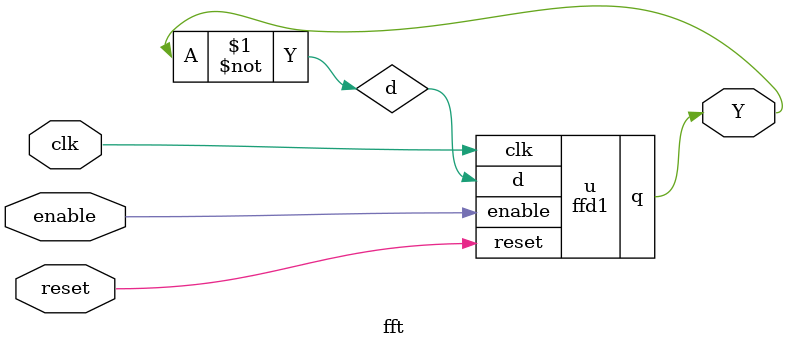
<source format=v>
module ffd1 (input clk, reset, enable, d, output reg q);
    always @ (posedge clk or posedge reset)begin
        if (reset) begin
            q <= 1'b0;
        end
        else if (enable) begin
            q <= d;
        end
    end
endmodule


module fft(input wire clk, reset, enable, output wire Y);
    wire d;
    not (d, Y);
    ffd1 u(clk, reset, enable, d, Y);
endmodule

</source>
